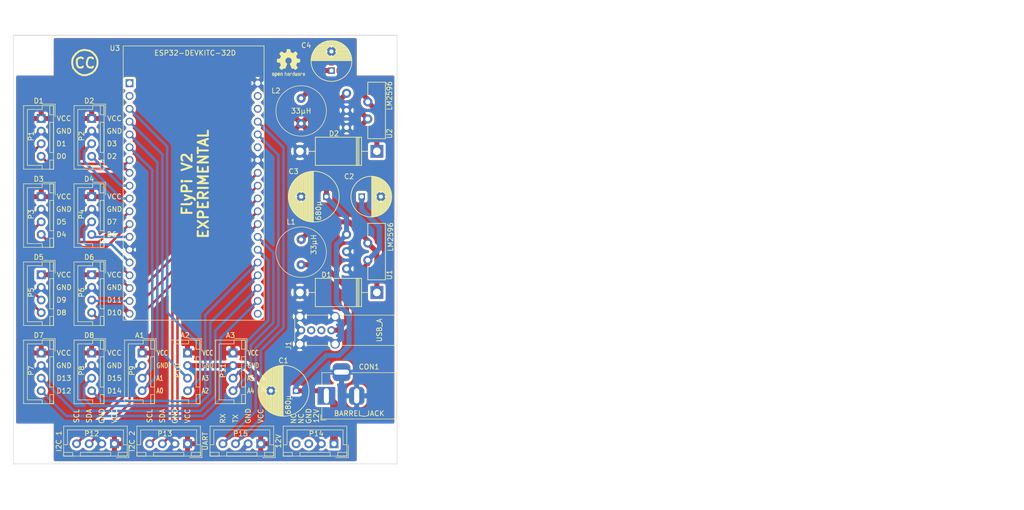
<source format=kicad_pcb>
(kicad_pcb (version 20171130) (host pcbnew "(5.1.4)-1")
  (layers (0 F.Cu signal) (31 B.Cu signal) (34 B.Paste user) (35 F.Paste user) (36 B.SilkS user) (37 F.SilkS user) (38 B.Mask user) (39 F.Mask user) (44 Edge.Cuts user))
  (net 0 "")
  (net 1 GND)
  (net 2 "Net-(C1-Pad1)")
  (net 3 "Net-(C2-Pad1)")
  (net 4 "Net-(D1-Pad1)")
  (net 5 "Net-(D2-Pad1)")
  (net 6 "Net-(P14-Pad4)")
  (net 7 "Net-(P14-Pad3)")
  (net 8 "Net-(U3-Pad25)")
  (net 9 "Net-(U3-Pad22)")
  (net 10 "Net-(U3-Pad21)")
  (net 11 "Net-(U3-Pad2)")
  (net 12 "Net-(U3-Pad1)")
  (net 13 D1-4)
  (net 14 D1-3)
  (net 15 +5V)
  (net 16 D2-4)
  (net 17 D2-3)
  (net 18 D3-4)
  (net 19 D3-3)
  (net 20 D4-4)
  (net 21 D4-3)
  (net 22 D5-4)
  (net 23 D5-3)
  (net 24 D6-4)
  (net 25 D6-3)
  (net 26 D7-4)
  (net 27 D7-3)
  (net 28 D8-4)
  (net 29 D8-3)
  (net 30 A1-4)
  (net 31 A1-3)
  (net 32 A2-4)
  (net 33 A2-3)
  (net 34 A3-4)
  (net 35 A3-3)
  (net 36 I2C_1-4)
  (net 37 I2C_1-3)
  (net 38 I2C_2-4)
  (net 39 I2C_2-3)
  (net 40 RX)
  (net 41 TX)
  (net 42 "Net-(U3-Pad38)")
  (net 43 "Net-(J1-Pad2)")
  (net 44 "Net-(J1-Pad3)")
  (module Connector_JST:JST_XH_B04B-XH-A_04x2.50mm_Straight (layer F.Cu) (at 140.5 92 270)
    (fp_text reference P3 (at 3.5 2 90) (layer F.SilkS))
    (fp_text value D3 (at -3.5 0.5 180) (layer F.SilkS))
    (pad 4 thru_hole circle (at 7.5 0 270) (size 1.75 1.75) (drill 1) (layers *.Cu *.Mask) (net 18 D3-4))
    (pad 3 thru_hole circle (at 5 0 270) (size 1.75 1.75) (drill 1) (layers *.Cu *.Mask) (net 19 D3-3))
    (pad 2 thru_hole circle (at 2.5 0 270) (size 1.75 1.75) (drill 1) (layers *.Cu *.Mask) (net 1 GND))
    (pad 1 thru_hole rect (at 0 0 270) (size 1.75 1.75) (drill 1) (layers *.Cu *.Mask) (net 15 +5V))
  )
  (module Connector_JST:JST_XH_B04B-XH-A_04x2.50mm_Straight (layer F.Cu) (at 150.5 76.5 270)
    (fp_text reference P2 (at 3.5 2 90) (layer F.SilkS))
    (fp_text value D2 (at -3.5 0.5 180) (layer F.SilkS))
    (pad 4 thru_hole circle (at 7.5 0 270) (size 1.75 1.75) (drill 1) (layers *.Cu *.Mask) (net 16 D2-4))
    (pad 3 thru_hole circle (at 5 0 270) (size 1.75 1.75) (drill 1) (layers *.Cu *.Mask) (net 17 D2-3))
    (pad 2 thru_hole circle (at 2.5 0 270) (size 1.75 1.75) (drill 1) (layers *.Cu *.Mask) (net 1 GND))
    (pad 1 thru_hole rect (at 0 0 270) (size 1.75 1.75) (drill 1) (layers *.Cu *.Mask) (net 15 +5V))
  )
  (module Connector_JST:JST_XH_B04B-XH-A_04x2.50mm_Straight (layer F.Cu) (at 140.5 76.5 270)
    (fp_text reference P1 (at 3.5 2 90) (layer F.SilkS))
    (fp_text value D1 (at -3.5 0.5 180) (layer F.SilkS))
    (pad 4 thru_hole circle (at 7.5 0 270) (size 1.75 1.75) (drill 1) (layers *.Cu *.Mask) (net 13 D1-4))
    (pad 3 thru_hole circle (at 5 0 270) (size 1.75 1.75) (drill 1) (layers *.Cu *.Mask) (net 14 D1-3))
    (pad 2 thru_hole circle (at 2.5 0 270) (size 1.75 1.75) (drill 1) (layers *.Cu *.Mask) (net 1 GND))
    (pad 1 thru_hole rect (at 0 0 270) (size 1.75 1.75) (drill 1) (layers *.Cu *.Mask) (net 15 +5V))
  )
  (module Connector_JST:JST_XH_B04B-XH-A_04x2.50mm_Straight (layer F.Cu) (at 140.5 107.5 270)
    (fp_text reference P5 (at 3.5 2 90) (layer F.SilkS))
    (fp_text value D5 (at -3.5 0.5) (layer F.SilkS))
    (pad 4 thru_hole circle (at 7.5 0 270) (size 1.75 1.75) (drill 1) (layers *.Cu *.Mask) (net 22 D5-4))
    (pad 3 thru_hole circle (at 5 0 270) (size 1.75 1.75) (drill 1) (layers *.Cu *.Mask) (net 23 D5-3))
    (pad 2 thru_hole circle (at 2.5 0 270) (size 1.75 1.75) (drill 1) (layers *.Cu *.Mask) (net 1 GND))
    (pad 1 thru_hole rect (at 0 0 270) (size 1.75 1.75) (drill 1) (layers *.Cu *.Mask) (net 15 +5V))
  )
  (module "" (layer F.Cu) (at 145.5 79)
    (fp_text reference "" (at 189.5 65.5) (layer F.SilkS) (effects (font (size 1.27 1.27))))
    (fp_text value "" (at 189.5 65.5) (layer F.SilkS) (effects (font (size 1.27 1.27))))
  )
  (module Symbol:OSHW-Logo2_7.3x6mm_SilkScreen (layer F.Cu) (at 189.5 65.5)
    (fp_text reference " " hide)
    (fp_text value " " hide)
  )
  (module Symbol:Symbol_CreativeCommons_SilkScreenTop_Type2_Small (layer F.Cu) (at 149 65.5)
    (fp_text reference " " hide)
    (fp_text value " " hide)
  )
  (module footprints:MODULE_ESP32-DEVKITC-32D (layer F.Cu) (at 158 69.5)
    (fp_text reference U3 (at -2.905 -6.94) (layer F.SilkS))
    (fp_text value ESP32-DEVKITC-32D (at 13 -6) (layer F.SilkS))
    (pad 38 thru_hole circle (at 25.4 45.72) (size 1.56 1.56) (drill 1.04) (layers *.Cu *.Mask) (net 42 "Net-(U3-Pad38)"))
    (pad 37 thru_hole circle (at 25.4 43.18) (size 1.56 1.56) (drill 1.04) (layers *.Cu *.Mask) (net 26 D7-4))
    (pad 36 thru_hole circle (at 25.4 40.64) (size 1.56 1.56) (drill 1.04) (layers *.Cu *.Mask) (net 27 D7-3))
    (pad 35 thru_hole circle (at 25.4 38.1) (size 1.56 1.56) (drill 1.04) (layers *.Cu *.Mask) (net 29 D8-3))
    (pad 34 thru_hole circle (at 25.4 35.56) (size 1.56 1.56) (drill 1.04) (layers *.Cu *.Mask) (net 28 D8-4))
    (pad 33 thru_hole circle (at 25.4 33.02) (size 1.56 1.56) (drill 1.04) (layers *.Cu *.Mask) (net 35 A3-3))
    (pad 32 thru_hole circle (at 25.4 30.48) (size 1.56 1.56) (drill 1.04) (layers *.Cu *.Mask) (net 34 A3-4))
    (pad 31 thru_hole circle (at 25.4 27.94) (size 1.56 1.56) (drill 1.04) (layers *.Cu *.Mask) (net 39 I2C_2-3))
    (pad 30 thru_hole circle (at 25.4 25.4) (size 1.56 1.56) (drill 1.04) (layers *.Cu *.Mask) (net 38 I2C_2-4))
    (pad 29 thru_hole circle (at 25.4 22.86) (size 1.56 1.56) (drill 1.04) (layers *.Cu *.Mask) (net 37 I2C_1-3))
    (pad 28 thru_hole circle (at 25.4 20.32) (size 1.56 1.56) (drill 1.04) (layers *.Cu *.Mask) (net 36 I2C_1-4))
    (pad 27 thru_hole circle (at 25.4 17.78) (size 1.56 1.56) (drill 1.04) (layers *.Cu *.Mask) (net 24 D6-4))
    (pad 26 thru_hole circle (at 25.4 15.24) (size 1.56 1.56) (drill 1.04) (layers *.Cu *.Mask) (net 1 GND))
    (pad 25 thru_hole circle (at 25.4 12.7) (size 1.56 1.56) (drill 1.04) (layers *.Cu *.Mask) (net 8 "Net-(U3-Pad25)"))
    (pad 24 thru_hole circle (at 25.4 10.16) (size 1.56 1.56) (drill 1.04) (layers *.Cu *.Mask) (net 40 RX))
    (pad 23 thru_hole circle (at 25.4 7.62) (size 1.56 1.56) (drill 1.04) (layers *.Cu *.Mask) (net 41 TX))
    (pad 22 thru_hole circle (at 25.4 5.08) (size 1.56 1.56) (drill 1.04) (layers *.Cu *.Mask) (net 9 "Net-(U3-Pad22)"))
    (pad 21 thru_hole circle (at 25.4 2.54) (size 1.56 1.56) (drill 1.04) (layers *.Cu *.Mask) (net 10 "Net-(U3-Pad21)"))
    (pad 20 thru_hole circle (at 25.4 0) (size 1.56 1.56) (drill 1.04) (layers *.Cu *.Mask) (net 1 GND))
    (pad 18 thru_hole circle (at 0 43.18) (size 1.56 1.56) (drill 1.04) (layers *.Cu *.Mask) (net 25 D6-3))
    (pad 17 thru_hole circle (at 0 40.64) (size 1.56 1.56) (drill 1.04) (layers *.Cu *.Mask) (net 23 D5-3))
    (pad 16 thru_hole circle (at 0 38.1) (size 1.56 1.56) (drill 1.04) (layers *.Cu *.Mask) (net 22 D5-4))
    (pad 15 thru_hole circle (at 0 35.56) (size 1.56 1.56) (drill 1.04) (layers *.Cu *.Mask) (net 21 D4-3))
    (pad 14 thru_hole circle (at 0 33.02) (size 1.56 1.56) (drill 1.04) (layers *.Cu *.Mask) (net 1 GND))
    (pad 13 thru_hole circle (at 0 30.48) (size 1.56 1.56) (drill 1.04) (layers *.Cu *.Mask) (net 20 D4-4))
    (pad 12 thru_hole circle (at 0 27.94) (size 1.56 1.56) (drill 1.04) (layers *.Cu *.Mask) (net 19 D3-3))
    (pad 11 thru_hole circle (at 0 25.4) (size 1.56 1.56) (drill 1.04) (layers *.Cu *.Mask) (net 18 D3-4))
    (pad 10 thru_hole circle (at 0 22.86) (size 1.56 1.56) (drill 1.04) (layers *.Cu *.Mask) (net 17 D2-3))
    (pad 9 thru_hole circle (at 0 20.32) (size 1.56 1.56) (drill 1.04) (layers *.Cu *.Mask) (net 16 D2-4))
    (pad 8 thru_hole circle (at 0 17.78) (size 1.56 1.56) (drill 1.04) (layers *.Cu *.Mask) (net 14 D1-3))
    (pad 7 thru_hole circle (at 0 15.24) (size 1.56 1.56) (drill 1.04) (layers *.Cu *.Mask) (net 13 D1-4))
    (pad 6 thru_hole circle (at 0 12.7) (size 1.56 1.56) (drill 1.04) (layers *.Cu *.Mask) (net 31 A1-3))
    (pad 5 thru_hole circle (at 0 10.16) (size 1.56 1.56) (drill 1.04) (layers *.Cu *.Mask) (net 30 A1-4))
    (pad 4 thru_hole circle (at 0 7.62) (size 1.56 1.56) (drill 1.04) (layers *.Cu *.Mask) (net 33 A2-3))
    (pad 3 thru_hole circle (at 0 5.08) (size 1.56 1.56) (drill 1.04) (layers *.Cu *.Mask) (net 32 A2-4))
    (pad 19 thru_hole circle (at 0 45.72) (size 1.56 1.56) (drill 1.04) (layers *.Cu *.Mask) (net 15 +5V))
    (pad 2 thru_hole circle (at 0 2.54) (size 1.56 1.56) (drill 1.04) (layers *.Cu *.Mask) (net 11 "Net-(U3-Pad2)"))
    (pad 1 thru_hole rect (at 0 0) (size 1.56 1.56) (drill 1.04) (layers *.Cu *.Mask) (net 12 "Net-(U3-Pad1)"))
  )
  (module Connector_JST:JST_XH_B04B-XH-A_04x2.50mm_Straight (layer F.Cu) (at 169.5 141 180)
    (fp_text reference P13 (at 4.5 2 180) (layer F.SilkS))
    (fp_text value "I2C 2" (at 11 0.5 90) (layer F.SilkS))
    (pad 4 thru_hole circle (at 7.5 0 180) (size 1.75 1.75) (drill 1) (layers *.Cu *.Mask) (net 38 I2C_2-4))
    (pad 3 thru_hole circle (at 5 0 180) (size 1.75 1.75) (drill 1) (layers *.Cu *.Mask) (net 39 I2C_2-3))
    (pad 2 thru_hole circle (at 2.5 0 180) (size 1.75 1.75) (drill 1) (layers *.Cu *.Mask) (net 1 GND))
    (pad 1 thru_hole rect (at 0 0 180) (size 1.75 1.75) (drill 1) (layers *.Cu *.Mask) (net 15 +5V))
  )
  (module footprints:LM2596 (layer F.Cu) (at 201 71.5 270)
    (fp_text reference U2 (at 8 -8.5 90) (layer F.SilkS))
    (fp_text value LM2596 (at 0.5 -8.5 90) (layer F.SilkS))
    (pad 4 thru_hole circle (at 5.1 -4.2 270) (size 1.8 1.8) (drill 0.95) (layers *.Cu *.Mask) (net 15 +5V))
    (pad 2 thru_hole circle (at 1.7 -4.2 270) (size 1.8 1.8) (drill 0.95) (layers *.Cu *.Mask) (net 5 "Net-(D2-Pad1)"))
    (pad 1 thru_hole circle (at 0 0 270) (size 1.8 1.8) (drill 0.95) (layers *.Cu *.Mask) (net 2 "Net-(C1-Pad1)"))
    (pad 5 thru_hole circle (at 6.8 0 270) (size 1.8 1.8) (drill 0.95) (layers *.Cu *.Mask) (net 1 GND))
    (pad 3 thru_hole circle (at 3.4 0 270) (size 1.8 1.8) (drill 0.95) (layers *.Cu *.Mask) (net 1 GND))
  )
  (module Inductor_THT:Neosid_Inductor_MA-Bs75 (layer F.Cu) (at 192 72.5 270)
    (fp_text reference L2 (at -1.5 5 180) (layer F.SilkS))
    (fp_text value 33µH (at 2.5 0 180) (layer F.SilkS))
    (pad 1 thru_hole circle (at 0 0 90) (size 1.8 1.8) (drill 0.8001) (layers *.Cu *.Mask) (net 5 "Net-(D2-Pad1)"))
    (pad 2 thru_hole circle (at 5 0 90) (size 1.8 1.8) (drill 0.8001) (layers *.Cu *.Mask) (net 15 +5V))
  )
  (module Inductor_THT:Neosid_Inductor_MA-Bs75 (layer F.Cu) (at 192 100.5 270)
    (fp_text reference L1 (at -3.5 2 180) (layer F.SilkS))
    (fp_text value 33µH (at 1 -2.5 90) (layer F.SilkS))
    (pad 2 thru_hole circle (at 5 0 90) (size 1.8 1.8) (drill 0.8001) (layers *.Cu *.Mask) (net 3 "Net-(C2-Pad1)"))
    (pad 1 thru_hole circle (at 0 0 90) (size 1.8 1.8) (drill 0.8001) (layers *.Cu *.Mask) (net 4 "Net-(D1-Pad1)"))
  )
  (module footprints:LM2596 (layer F.Cu) (at 201 99.5 270)
    (fp_text reference U1 (at 8 -8.5 270) (layer F.SilkS))
    (fp_text value LM2596 (at 0.5 -8.7 270) (layer F.SilkS))
    (pad 4 thru_hole circle (at 5.1 -4.2 270) (size 1.8 1.8) (drill 0.95) (layers *.Cu *.Mask) (net 3 "Net-(C2-Pad1)"))
    (pad 2 thru_hole circle (at 1.7 -4.2 270) (size 1.8 1.8) (drill 0.95) (layers *.Cu *.Mask) (net 4 "Net-(D1-Pad1)"))
    (pad 1 thru_hole circle (at 0 0 270) (size 1.8 1.8) (drill 0.95) (layers *.Cu *.Mask) (net 2 "Net-(C1-Pad1)"))
    (pad 5 thru_hole circle (at 6.8 0 270) (size 1.8 1.8) (drill 0.95) (layers *.Cu *.Mask) (net 1 GND))
    (pad 3 thru_hole circle (at 3.4 0 270) (size 1.8 1.8) (drill 0.95) (layers *.Cu *.Mask) (net 1 GND))
  )
  (module Connector_JST:JST_XH_B04B-XH-A_04x2.50mm_Straight (layer F.Cu) (at 184 141 180)
    (fp_text reference P15 (at 4 2 180) (layer F.SilkS))
    (fp_text value UART (at 11 0.5 90) (layer F.SilkS))
    (pad 4 thru_hole circle (at 7.5 0 180) (size 1.75 1.75) (drill 1) (layers *.Cu *.Mask) (net 40 RX))
    (pad 3 thru_hole circle (at 5 0 180) (size 1.75 1.75) (drill 1) (layers *.Cu *.Mask) (net 41 TX))
    (pad 2 thru_hole circle (at 2.5 0 180) (size 1.75 1.75) (drill 1) (layers *.Cu *.Mask) (net 1 GND))
    (pad 1 thru_hole rect (at 0 0 180) (size 1.75 1.75) (drill 1) (layers *.Cu *.Mask) (net 15 +5V))
  )
  (module Mounting_Holes:MountingHole_3.2mm_M3_DIN965 (layer F.Cu) (at 139.5 64.5 270)
    (fp_text reference "" (at 0 -3.8 90) (layer F.SilkS))
    (fp_text value "")
    (pad 1 np_thru_hole circle (at 0 0 270) (size 3.2 3.2) (drill 3.2) (layers *.Cu *.Mask))
  )
  (module Mounting_Holes:MountingHole_3.2mm_M3_DIN965 (layer F.Cu) (at 206.5 64.5 180)
    (fp_text reference "" (at 0 -3.8) (layer F.SilkS))
    (fp_text value "")
    (pad 1 np_thru_hole circle (at 0 0 180) (size 3.2 3.2) (drill 3.2) (layers *.Cu *.Mask))
  )
  (module Mounting_Holes:MountingHole_3.2mm_M3_DIN965 (layer F.Cu) (at 206.5 140.5 180)
    (fp_text reference "" (at 0 -3.8) (layer F.SilkS))
    (fp_text value "")
    (pad 1 np_thru_hole circle (at 0 0 180) (size 3.2 3.2) (drill 3.2) (layers *.Cu *.Mask))
  )
  (module Mounting_Holes:MountingHole_3.2mm_M3_DIN965 (layer F.Cu) (at 139.5 140.5)
    (fp_text reference "" (at 0 -3.8) (layer F.SilkS))
    (fp_text value "")
    (pad 1 np_thru_hole circle (at 0 0) (size 3.2 3.2) (drill 3.2) (layers *.Cu *.Mask))
  )
  (module Connector_JST:JST_XH_B04B-XH-A_04x2.50mm_Straight (layer F.Cu) (at 198.5 141 180)
    (fp_text reference P14 (at 3.5 2 180) (layer F.SilkS))
    (fp_text value 12V (at 11 0.5 90) (layer F.SilkS))
    (pad 1 thru_hole rect (at 0 0 180) (size 1.75 1.75) (drill 1) (layers *.Cu *.Mask) (net 2 "Net-(C1-Pad1)"))
    (pad 2 thru_hole circle (at 2.5 0 180) (size 1.75 1.75) (drill 1) (layers *.Cu *.Mask) (net 1 GND))
    (pad 3 thru_hole circle (at 5 0 180) (size 1.75 1.75) (drill 1) (layers *.Cu *.Mask) (net 7 "Net-(P14-Pad3)"))
    (pad 4 thru_hole circle (at 7.5 0 180) (size 1.75 1.75) (drill 1) (layers *.Cu *.Mask) (net 6 "Net-(P14-Pad4)"))
  )
  (module Connector_JST:JST_XH_B04B-XH-A_04x2.50mm_Straight (layer F.Cu) (at 155 141 180)
    (fp_text reference P12 (at 4.5 2 180) (layer F.SilkS))
    (fp_text value "I2C 1" (at 11 0.5 90) (layer F.SilkS))
    (pad 4 thru_hole circle (at 7.5 0 180) (size 1.75 1.75) (drill 1) (layers *.Cu *.Mask) (net 36 I2C_1-4))
    (pad 3 thru_hole circle (at 5 0 180) (size 1.75 1.75) (drill 1) (layers *.Cu *.Mask) (net 37 I2C_1-3))
    (pad 2 thru_hole circle (at 2.5 0 180) (size 1.75 1.75) (drill 1) (layers *.Cu *.Mask) (net 1 GND))
    (pad 1 thru_hole rect (at 0 0 180) (size 1.75 1.75) (drill 1) (layers *.Cu *.Mask) (net 15 +5V))
  )
  (module Connector_JST:JST_XH_B04B-XH-A_04x2.50mm_Straight (layer F.Cu) (at 178.5 123 270)
    (fp_text reference P11 (at 3.5 2 90) (layer F.SilkS))
    (fp_text value A3 (at -3.5 0.5 180) (layer F.SilkS))
    (pad 4 thru_hole circle (at 7.5 0 270) (size 1.75 1.75) (drill 1) (layers *.Cu *.Mask) (net 34 A3-4))
    (pad 3 thru_hole circle (at 5 0 270) (size 1.75 1.75) (drill 1) (layers *.Cu *.Mask) (net 35 A3-3))
    (pad 2 thru_hole circle (at 2.5 0 270) (size 1.75 1.75) (drill 1) (layers *.Cu *.Mask) (net 1 GND))
    (pad 1 thru_hole rect (at 0 0 270) (size 1.75 1.75) (drill 1) (layers *.Cu *.Mask) (net 15 +5V))
  )
  (module Connector_JST:JST_XH_B04B-XH-A_04x2.50mm_Straight (layer F.Cu) (at 169.5 123 270)
    (fp_text reference P10 (at 3.5 2 90) (layer F.SilkS))
    (fp_text value A2 (at -3.5 0.5 180) (layer F.SilkS))
    (pad 4 thru_hole circle (at 7.5 0 270) (size 1.75 1.75) (drill 1) (layers *.Cu *.Mask) (net 32 A2-4))
    (pad 3 thru_hole circle (at 5 0 270) (size 1.75 1.75) (drill 1) (layers *.Cu *.Mask) (net 33 A2-3))
    (pad 2 thru_hole circle (at 2.5 0 270) (size 1.75 1.75) (drill 1) (layers *.Cu *.Mask) (net 1 GND))
    (pad 1 thru_hole rect (at 0 0 270) (size 1.75 1.75) (drill 1) (layers *.Cu *.Mask) (net 15 +5V))
  )
  (module Connector_JST:JST_XH_B04B-XH-A_04x2.50mm_Straight (layer F.Cu) (at 160.5 123 270)
    (fp_text reference P9 (at 3.5 2 90) (layer F.SilkS))
    (fp_text value A1 (at -3.5 0.5 180) (layer F.SilkS))
    (pad 4 thru_hole circle (at 7.5 0 270) (size 1.75 1.75) (drill 1) (layers *.Cu *.Mask) (net 30 A1-4))
    (pad 3 thru_hole circle (at 5 0 270) (size 1.75 1.75) (drill 1) (layers *.Cu *.Mask) (net 31 A1-3))
    (pad 2 thru_hole circle (at 2.5 0 270) (size 1.75 1.75) (drill 1) (layers *.Cu *.Mask) (net 1 GND))
    (pad 1 thru_hole rect (at 0 0 270) (size 1.75 1.75) (drill 1) (layers *.Cu *.Mask) (net 15 +5V))
  )
  (module Connector_JST:JST_XH_B04B-XH-A_04x2.50mm_Straight (layer F.Cu) (at 150.5 123 270)
    (fp_text reference P8 (at 3.5 2 90) (layer F.SilkS))
    (fp_text value D8 (at -3.5 0.5 180) (layer F.SilkS))
    (pad 4 thru_hole circle (at 7.5 0 270) (size 1.75 1.75) (drill 1) (layers *.Cu *.Mask) (net 28 D8-4))
    (pad 3 thru_hole circle (at 5 0 270) (size 1.75 1.75) (drill 1) (layers *.Cu *.Mask) (net 29 D8-3))
    (pad 2 thru_hole circle (at 2.5 0 270) (size 1.75 1.75) (drill 1) (layers *.Cu *.Mask) (net 1 GND))
    (pad 1 thru_hole rect (at 0 0 270) (size 1.75 1.75) (drill 1) (layers *.Cu *.Mask) (net 15 +5V))
  )
  (module Connector_JST:JST_XH_B04B-XH-A_04x2.50mm_Straight (layer F.Cu) (at 140.5 123 270)
    (fp_text reference P7 (at 3.5 2 90) (layer F.SilkS))
    (fp_text value D7 (at -3.5 0.5 180) (layer F.SilkS))
    (pad 4 thru_hole circle (at 7.5 0 270) (size 1.75 1.75) (drill 1) (layers *.Cu *.Mask) (net 26 D7-4))
    (pad 3 thru_hole circle (at 5 0 270) (size 1.75 1.75) (drill 1) (layers *.Cu *.Mask) (net 27 D7-3))
    (pad 2 thru_hole circle (at 2.5 0 270) (size 1.75 1.75) (drill 1) (layers *.Cu *.Mask) (net 1 GND))
    (pad 1 thru_hole rect (at 0 0 270) (size 1.75 1.75) (drill 1) (layers *.Cu *.Mask) (net 15 +5V))
  )
  (module Connector_JST:JST_XH_B04B-XH-A_04x2.50mm_Straight (layer F.Cu) (at 150.5 107.5 270)
    (fp_text reference P6 (at 3.5 2 90) (layer F.SilkS))
    (fp_text value D6 (at -3.5 0.5 180) (layer F.SilkS))
    (pad 4 thru_hole circle (at 7.5 0 270) (size 1.75 1.75) (drill 1) (layers *.Cu *.Mask) (net 24 D6-4))
    (pad 3 thru_hole circle (at 5 0 270) (size 1.75 1.75) (drill 1) (layers *.Cu *.Mask) (net 25 D6-3))
    (pad 2 thru_hole circle (at 2.5 0 270) (size 1.75 1.75) (drill 1) (layers *.Cu *.Mask) (net 1 GND))
    (pad 1 thru_hole rect (at 0 0 270) (size 1.75 1.75) (drill 1) (layers *.Cu *.Mask) (net 15 +5V))
  )
  (module Connector_JST:JST_XH_B04B-XH-A_04x2.50mm_Straight (layer F.Cu) (at 150.5 92 270)
    (fp_text reference P4 (at 3.5 2 90) (layer F.SilkS))
    (fp_text value D4 (at -3.5 0.5 180) (layer F.SilkS))
    (pad 4 thru_hole circle (at 7.5 0 270) (size 1.75 1.75) (drill 1) (layers *.Cu *.Mask) (net 20 D4-4))
    (pad 3 thru_hole circle (at 5 0 270) (size 1.75 1.75) (drill 1) (layers *.Cu *.Mask) (net 21 D4-3))
    (pad 2 thru_hole circle (at 2.5 0 270) (size 1.75 1.75) (drill 1) (layers *.Cu *.Mask) (net 1 GND))
    (pad 1 thru_hole rect (at 0 0 270) (size 1.75 1.75) (drill 1) (layers *.Cu *.Mask) (net 15 +5V))
  )
  (module Connector_USB:USB_A_Vertical (layer F.Cu) (at 198 118.5 270)
    (fp_text reference J1 (at 3 8.5 90) (layer F.SilkS))
    (fp_text value USB_A (at 0 -9.5 90) (layer F.SilkS))
    (pad 1 thru_hole circle (at 0 0 270) (size 1.62 1.62) (drill 0.92) (layers *.Cu *.Mask) (net 3 "Net-(C2-Pad1)"))
    (pad 2 thru_hole circle (at 0 2 270) (size 1.62 1.62) (drill 0.92) (layers *.Cu *.Mask) (net 43 "Net-(J1-Pad2)"))
    (pad 3 thru_hole circle (at 0 4 270) (size 1.62 1.62) (drill 0.92) (layers *.Cu *.Mask) (net 44 "Net-(J1-Pad3)"))
    (pad 5 thru_hole circle (at 2.72 -0.73 270) (size 1.85 1.85) (drill 1.35) (layers *.Cu *.Mask) (net 1 GND))
    (pad 4 thru_hole circle (at 0 6 270) (size 1.62 1.62) (drill 0.92) (layers *.Cu *.Mask) (net 1 GND))
    (pad 5 thru_hole circle (at 2.72 6.27 270) (size 1.85 1.85) (drill 1.35) (layers *.Cu *.Mask) (net 1 GND))
    (pad 5 thru_hole circle (at -2.72 -0.73 270) (size 1.85 1.85) (drill 1.35) (layers *.Cu *.Mask) (net 1 GND))
    (pad 5 thru_hole circle (at -2.72 6.27 270) (size 1.85 1.85) (drill 1.35) (layers *.Cu *.Mask) (net 1 GND))
  )
  (module Diode_THT:Diode_DO-201AD_Horizontal_RM15 (layer F.Cu) (at 207.00122 82.99704 180)
    (fp_text reference D2 (at 8.50122 3.49704) (layer F.SilkS))
    (fp_text value "Schottky 5A" hide)
    (pad 1 thru_hole rect (at 0.00122 -0.00296) (size 2.54 2.54) (drill 1.50114) (layers *.Cu *.Mask) (net 5 "Net-(D2-Pad1)"))
    (pad 2 thru_hole circle (at 15.24122 -0.00296) (size 2.54 2.54) (drill 1.50114) (layers *.Cu *.Mask) (net 1 GND))
  )
  (module Diode_THT:Diode_DO-201AD_Horizontal_RM15 (layer F.Cu) (at 207 111 180)
    (fp_text reference D1 (at 10 3.5) (layer F.SilkS))
    (fp_text value "Schottky 5A" hide)
    (pad 1 thru_hole rect (at 0.00122 -0.00296) (size 2.54 2.54) (drill 1.50114) (layers *.Cu *.Mask) (net 4 "Net-(D1-Pad1)"))
    (pad 2 thru_hole circle (at 15.24122 -0.00296) (size 2.54 2.54) (drill 1.50114) (layers *.Cu *.Mask) (net 1 GND))
  )
  (module Connector_BarrelJack:BarrelJack_Horizontal (layer F.Cu) (at 197 131.5 180)
    (fp_text reference CON1 (at -8.45 5.75) (layer F.SilkS))
    (fp_text value BARREL_JACK (at -6.5 -3.5) (layer F.SilkS))
    (pad 3 thru_hole roundrect (at -3 4.7 180) (size 3.5 3.5) (drill oval 3 1) (layers *.Cu *.Mask) (net 1 GND))
    (pad 2 thru_hole roundrect (at -6 0 180) (size 3 3.5) (drill oval 1 3) (layers *.Cu *.Mask) (net 1 GND))
    (pad 1 thru_hole rect (at 0 0 180) (size 3.5 3.5) (drill oval 1 3) (layers *.Cu *.Mask) (net 2 "Net-(C1-Pad1)"))
  )
  (module Capacitor_THT:C_Radial_D8_L13_P3.8 (layer F.Cu) (at 198 67 90)
    (fp_text reference C4 (at 5 -5) (layer F.SilkS))
    (fp_text value 220µ hide)
    (pad 2 thru_hole circle (at 3.8 0 90) (size 1.3 1.3) (drill 0.8) (layers *.Cu *.Mask) (net 1 GND))
    (pad 1 thru_hole rect (at 0 0 90) (size 1.3 1.3) (drill 0.8) (layers *.Cu *.Mask) (net 15 +5V))
  )
  (module Capacitor_THT:C_Radial_D10_L21_P5 (layer F.Cu) (at 197 92 180)
    (fp_text reference C3 (at 6.5 5 180) (layer F.SilkS))
    (fp_text value 680µ (at 1.57 -2.754 90) (layer F.SilkS))
    (pad 1 thru_hole rect (at 0 0 180) (size 1.3 1.3) (drill 0.8) (layers *.Cu *.Mask) (net 2 "Net-(C1-Pad1)"))
    (pad 2 thru_hole circle (at 5 0 180) (size 1.3 1.3) (drill 0.8) (layers *.Cu *.Mask) (net 1 GND))
  )
  (module Capacitor_THT:C_Radial_D8_L13_P3.8 (layer F.Cu) (at 204 92)
    (fp_text reference C2 (at -2.5 -4 180) (layer F.SilkS))
    (fp_text value 220µ hide)
    (pad 2 thru_hole circle (at 3.8 0) (size 1.3 1.3) (drill 0.8) (layers *.Cu *.Mask) (net 1 GND))
    (pad 1 thru_hole rect (at 0 0) (size 1.3 1.3) (drill 0.8) (layers *.Cu *.Mask) (net 3 "Net-(C2-Pad1)"))
  )
  (module Capacitor_THT:C_Radial_D10_L21_P5 (layer F.Cu) (at 191 130.5 180)
    (fp_text reference C1 (at 2.5 6 180) (layer F.SilkS))
    (fp_text value 680µ (at 1.57 -2.754 90) (layer F.SilkS))
    (pad 1 thru_hole rect (at 0 0 180) (size 1.3 1.3) (drill 0.8) (layers *.Cu *.Mask) (net 2 "Net-(C1-Pad1)"))
    (pad 2 thru_hole circle (at 5 0 180) (size 1.3 1.3) (drill 0.8) (layers *.Cu *.Mask) (net 1 GND))
  )
  (gr_text GND (at 181.5 135.5 90) (layer F.SilkS) (effects (font (size 1 1))))
  (gr_text VCC (at 184 135.5 90) (layer F.SilkS) (effects (font (size 1 1))))
  (gr_text VCC (at 169.5 135.5 90) (layer F.SilkS) (effects (font (size 1 1))))
  (gr_text GND (at 167 135.5 90) (layer F.SilkS) (effects (font (size 1 1))))
  (gr_text GND (at 145 125.5) (layer F.SilkS) (effects (font (size 1 1))))
  (gr_text VCC (at 155 123) (layer F.SilkS) (effects (font (size 1 1))))
  (gr_text GND (at 155 125.5) (layer F.SilkS) (effects (font (size 1 1))))
  (gr_text VCC (at 145 123) (layer F.SilkS) (effects (font (size 1 1))))
  (gr_text GND (at 145 110) (layer F.SilkS) (effects (font (size 1 1))))
  (gr_text VCC (at 155 107.5) (layer F.SilkS) (effects (font (size 1 1))))
  (gr_text GND (at 155 110) (layer F.SilkS) (effects (font (size 1 1))))
  (gr_text VCC (at 145 107.5) (layer F.SilkS) (effects (font (size 1 1))))
  (gr_text GND (at 145 94.5) (layer F.SilkS) (effects (font (size 1 1))))
  (gr_text VCC (at 155 92) (layer F.SilkS) (effects (font (size 1 1))))
  (gr_text GND (at 155 94.5) (layer F.SilkS) (effects (font (size 1 1))))
  (gr_text VCC (at 145 92) (layer F.SilkS) (effects (font (size 1 1))))
  (gr_text "FlyPi V2\nEXPERIMENTAL" (at 171 89.5 90) (layer F.SilkS) (effects (font (size 2 2) (thickness 0.4))))
  (gr_text NC (at 192 136 90) (layer F.SilkS) (effects (font (size 1 1))))
  (gr_text 12V (at 195 135.5 90) (layer F.SilkS) (effects (font (size 1 1))))
  (gr_text NC (at 190.5 136 90) (layer F.SilkS) (effects (font (size 1 1))))
  (gr_text GND (at 193.5 135.5 90) (layer F.SilkS) (effects (font (size 1 1))))
  (gr_text TX (at 179 136 90) (layer F.SilkS) (effects (font (size 1 1))))
  (gr_text RX (at 176.5 136 90) (layer F.SilkS) (effects (font (size 1 1))))
  (gr_text SDA (at 164.5 135.5 90) (layer F.SilkS) (effects (font (size 1 1))))
  (gr_text SCL (at 162 135.5 90) (layer F.SilkS) (effects (font (size 1 1))))
  (gr_text SDA (at 150 135.5 90) (layer F.SilkS) (effects (font (size 1 1))))
  (gr_text SCL (at 147.5 135.5 90) (layer F.SilkS) (effects (font (size 1 1))))
  (gr_text VCC (at 155 135.5 90) (layer F.SilkS) (effects (font (size 1 1))))
  (gr_text GND (at 152.5 135.5 90) (layer F.SilkS) (effects (font (size 1 1))))
  (gr_text VCC (at 182.5 123) (layer F.SilkS) (effects (font (size 1 0.75))))
  (gr_text GND (at 182.5 125.5) (layer F.SilkS) (effects (font (size 1 0.75) (thickness 0.125))))
  (gr_text A5 (at 182 128) (layer F.SilkS) (effects (font (size 1 0.75))))
  (gr_text A4 (at 182 130.5) (layer F.SilkS) (effects (font (size 1 0.75))))
  (gr_text VCC (at 173.5 123) (layer F.SilkS) (effects (font (size 1 0.75))))
  (gr_text GND (at 173.5 125.5) (layer F.SilkS) (effects (font (size 1 0.75) (thickness 0.125))))
  (gr_text A3 (at 173 128) (layer F.SilkS) (effects (font (size 1 0.75))))
  (gr_text A2 (at 173 130.5) (layer F.SilkS) (effects (font (size 1 0.75))))
  (gr_text VCC (at 164.5 123) (layer F.SilkS) (effects (font (size 1 0.75))))
  (gr_text GND (at 164.5 125.5) (layer F.SilkS) (effects (font (size 1 0.75) (thickness 0.125))))
  (gr_text A1 (at 164 128) (layer F.SilkS) (effects (font (size 1 0.75))))
  (gr_text A0 (at 164 130.5) (layer F.SilkS) (effects (font (size 1 0.75))))
  (gr_text D13 (at 145 128) (layer F.SilkS) (effects (font (size 1 1))))
  (gr_text D12 (at 145 130.5) (layer F.SilkS) (effects (font (size 1 1))))
  (gr_text D15 (at 155 128) (layer F.SilkS) (effects (font (size 1 1))))
  (gr_text D14 (at 155 130.5) (layer F.SilkS) (effects (font (size 1 1))))
  (gr_text D9 (at 144.5 112.5) (layer F.SilkS) (effects (font (size 1 1))))
  (gr_text D8 (at 144.5 115) (layer F.SilkS) (effects (font (size 1 1))))
  (gr_text D11 (at 155 112.5) (layer F.SilkS) (effects (font (size 1 1))))
  (gr_text D10 (at 155 115) (layer F.SilkS) (effects (font (size 1 1))))
  (gr_text D5 (at 144.5 97) (layer F.SilkS) (effects (font (size 1 1))))
  (gr_text D4 (at 144.5 99.5) (layer F.SilkS) (effects (font (size 1 1))))
  (gr_text D7 (at 154.5 97) (layer F.SilkS) (effects (font (size 1 1))))
  (gr_text D6 (at 154.5 99.5) (layer F.SilkS) (effects (font (size 1 1))))
  (gr_text VCC (at 145 76.5) (layer F.SilkS) (effects (font (size 1 1))))
  (gr_text D3 (at 154.5 81.5) (layer F.SilkS) (effects (font (size 1 1))))
  (gr_text D2 (at 154.5 84) (layer F.SilkS) (effects (font (size 1 1))))
  (gr_text GND (at 155 79) (layer F.SilkS) (effects (font (size 1 1))))
  (gr_text VCC (at 155 76.5) (layer F.SilkS) (effects (font (size 1 1))))
  (gr_text D0 (at 144.5 84) (layer F.SilkS) (effects (font (size 1 1))))
  (gr_text D1 (at 144.5 81.5) (layer F.SilkS) (effects (font (size 1 1))))
  (gr_text GND (at 145 79) (layer F.SilkS) (effects (font (size 1 1))))
  (gr_line (start 135 60) (end 135 145) (layer Edge.Cuts) (width 0.1))
  (gr_line (start 211 145) (end 211 60) (layer Edge.Cuts) (width 0.1))
  (gr_line (start 211 145) (end 135 145) (layer Edge.Cuts) (width 0.1))
  (gr_line (start 135 60) (end 211 60) (layer Edge.Cuts) (width 0.15))
  (segment (start 169.5 125.5) (end 178.5 125.5) (width 1) (layer F.Cu) (net 1))
  (segment (start 181 125.5) (end 186 130.5) (width 1) (layer F.Cu) (net 1))
  (segment (start 178.5 125.5) (end 181 125.5) (width 1) (layer F.Cu) (net 1))
  (segment (start 197 92.175) (end 197 92) (width 1) (layer B.Cu) (net 2))
  (segment (start 201 99.5) (end 201 96.175) (width 1) (layer B.Cu) (net 2))
  (segment (start 201 96.175) (end 197 92.175) (width 1) (layer B.Cu) (net 2))
  (segment (start 197 75.5) (end 201 71.5) (width 1) (layer F.Cu) (net 2))
  (segment (start 197 92) (end 197 75.5) (width 1) (layer F.Cu) (net 2))
  (segment (start 191 129.5) (end 191 130.5) (width 1) (layer B.Cu) (net 2))
  (segment (start 197 123.5) (end 191 129.5) (width 1) (layer B.Cu) (net 2))
  (segment (start 199 101.5) (end 199 113) (width 1) (layer B.Cu) (net 2))
  (segment (start 201 99.5) (end 199 101.5) (width 1) (layer B.Cu) (net 2))
  (segment (start 199 113) (end 201.5 115.5) (width 1) (layer B.Cu) (net 2))
  (segment (start 201.5 115.5) (end 201.5 121.5) (width 1) (layer B.Cu) (net 2))
  (segment (start 201.5 121.5) (end 199.5 123.5) (width 1) (layer B.Cu) (net 2))
  (segment (start 199.5 123.5) (end 197 123.5) (width 1) (layer B.Cu) (net 2))
  (segment (start 196 130.5) (end 197 131.5) (width 1) (layer F.Cu) (net 2))
  (segment (start 191 130.5) (end 196 130.5) (width 1) (layer F.Cu) (net 2))
  (segment (start 198.5 133) (end 198.5 141) (width 1.5) (layer F.Cu) (net 2))
  (segment (start 197 131.5) (end 198.5 133) (width 1.5) (layer F.Cu) (net 2))
  (segment (start 207.5 102.3) (end 205.2 104.6) (width 1) (layer B.Cu) (net 3))
  (segment (start 207.5 98) (end 207.5 102.3) (width 1) (layer B.Cu) (net 3))
  (segment (start 204 92) (end 204 94.5) (width 1) (layer B.Cu) (net 3))
  (segment (start 204 94.5) (end 207.5 98) (width 1) (layer B.Cu) (net 3))
  (segment (start 199.145512 118.5) (end 198 118.5) (width 1) (layer F.Cu) (net 3))
  (segment (start 201 116.645512) (end 199.145512 118.5) (width 1) (layer F.Cu) (net 3))
  (segment (start 201 110.072792) (end 201 116.645512) (width 1) (layer F.Cu) (net 3))
  (segment (start 196.427208 105.5) (end 201 110.072792) (width 1) (layer F.Cu) (net 3))
  (segment (start 192 105.5) (end 196.427208 105.5) (width 1) (layer F.Cu) (net 3))
  (segment (start 201 109.5) (end 201 110.072792) (width 1) (layer F.Cu) (net 3))
  (segment (start 205.2 104.6) (end 205.2 105.3) (width 1) (layer F.Cu) (net 3))
  (segment (start 205.2 105.3) (end 201 109.5) (width 1) (layer F.Cu) (net 3))
  (segment (start 206.99878 102.99878) (end 205.2 101.2) (width 1) (layer F.Cu) (net 4))
  (segment (start 206.99878 111.00296) (end 206.99878 102.99878) (width 1) (layer F.Cu) (net 4))
  (segment (start 195.5 97) (end 192 100.5) (width 1) (layer F.Cu) (net 4))
  (segment (start 201.5 97) (end 195.5 97) (width 1) (layer F.Cu) (net 4))
  (segment (start 205.2 101.2) (end 205.2 100.7) (width 1) (layer F.Cu) (net 4))
  (segment (start 205.2 100.7) (end 201.5 97) (width 1) (layer F.Cu) (net 4))
  (segment (start 207 75) (end 205.2 73.2) (width 1) (layer F.Cu) (net 5))
  (segment (start 207 83) (end 207 75) (width 1) (layer F.Cu) (net 5))
  (segment (start 195.5 69) (end 192 72.5) (width 1) (layer F.Cu) (net 5))
  (segment (start 201.5 69) (end 195.5 69) (width 1) (layer F.Cu) (net 5))
  (segment (start 205.2 73.2) (end 205.2 72.7) (width 1) (layer F.Cu) (net 5))
  (segment (start 205.2 72.7) (end 201.5 69) (width 1) (layer F.Cu) (net 5))
  (segment (start 141.374999 84.874999) (end 140.5 84) (width 0.5) (layer F.Cu) (net 13))
  (segment (start 142 85.5) (end 141.374999 84.874999) (width 0.5) (layer F.Cu) (net 13))
  (segment (start 158 84.74) (end 157.24 85.5) (width 0.5) (layer F.Cu) (net 13))
  (segment (start 157.24 85.5) (end 142 85.5) (width 0.5) (layer F.Cu) (net 13))
  (segment (start 139.625001 82.374999) (end 140.5 81.5) (width 0.5) (layer F.Cu) (net 14))
  (segment (start 139 83) (end 139.625001 82.374999) (width 0.5) (layer F.Cu) (net 14))
  (segment (start 139 85) (end 139 83) (width 0.5) (layer F.Cu) (net 14))
  (segment (start 140.5 86.5) (end 139 85) (width 0.5) (layer F.Cu) (net 14))
  (segment (start 158 87.28) (end 157.22 86.5) (width 0.5) (layer F.Cu) (net 14))
  (segment (start 157.22 86.5) (end 140.5 86.5) (width 0.5) (layer F.Cu) (net 14))
  (segment (start 196.35 67) (end 198 67) (width 1) (layer F.Cu) (net 15))
  (segment (start 194 67) (end 196.35 67) (width 1) (layer F.Cu) (net 15))
  (segment (start 189.5 71.5) (end 194 67) (width 1) (layer F.Cu) (net 15))
  (segment (start 192 77.5) (end 189.5 75) (width 1) (layer F.Cu) (net 15))
  (segment (start 189.5 75) (end 189.5 71.5) (width 1) (layer F.Cu) (net 15))
  (segment (start 156.32 89.82) (end 150.5 84) (width 0.5) (layer B.Cu) (net 16))
  (segment (start 158 89.82) (end 156.32 89.82) (width 0.5) (layer B.Cu) (net 16))
  (segment (start 149.625001 82.374999) (end 150.5 81.5) (width 0.5) (layer B.Cu) (net 17))
  (segment (start 149 83) (end 149.625001 82.374999) (width 0.5) (layer B.Cu) (net 17))
  (segment (start 149 85) (end 149 83) (width 0.5) (layer B.Cu) (net 17))
  (segment (start 156.36 92.36) (end 149 85) (width 0.5) (layer B.Cu) (net 17))
  (segment (start 158 92.36) (end 156.36 92.36) (width 0.5) (layer B.Cu) (net 17))
  (segment (start 141.374999 100.374999) (end 140.5 99.5) (width 0.5) (layer F.Cu) (net 18))
  (segment (start 142 101) (end 141.374999 100.374999) (width 0.5) (layer F.Cu) (net 18))
  (segment (start 158 94.9) (end 151.9 101) (width 0.5) (layer F.Cu) (net 18))
  (segment (start 151.9 101) (end 142 101) (width 0.5) (layer F.Cu) (net 18))
  (segment (start 139.625001 97.874999) (end 140.5 97) (width 0.5) (layer F.Cu) (net 19))
  (segment (start 139 98.5) (end 139.625001 97.874999) (width 0.5) (layer F.Cu) (net 19))
  (segment (start 139 100.5) (end 139 98.5) (width 0.5) (layer F.Cu) (net 19))
  (segment (start 140.5 102) (end 139 100.5) (width 0.5) (layer F.Cu) (net 19))
  (segment (start 158 97.44) (end 153.44 102) (width 0.5) (layer F.Cu) (net 19))
  (segment (start 153.44 102) (end 140.5 102) (width 0.5) (layer F.Cu) (net 19))
  (segment (start 150.98 99.98) (end 150.5 99.5) (width 0.5) (layer B.Cu) (net 20))
  (segment (start 158 99.98) (end 150.98 99.98) (width 0.5) (layer B.Cu) (net 20))
  (segment (start 154.44 101.5) (end 158 105.06) (width 0.5) (layer B.Cu) (net 21))
  (segment (start 149.5 101.5) (end 154.44 101.5) (width 0.5) (layer B.Cu) (net 21))
  (segment (start 149 101) (end 149.5 101.5) (width 0.5) (layer B.Cu) (net 21))
  (segment (start 150.5 97) (end 149 98.5) (width 0.5) (layer B.Cu) (net 21))
  (segment (start 149 98.5) (end 149 101) (width 0.5) (layer B.Cu) (net 21))
  (segment (start 154.4 104) (end 158 107.6) (width 0.5) (layer F.Cu) (net 22))
  (segment (start 139.5 104) (end 154.4 104) (width 0.5) (layer F.Cu) (net 22))
  (segment (start 137.5 106) (end 139.5 104) (width 0.5) (layer F.Cu) (net 22))
  (segment (start 140.5 115) (end 137.5 112) (width 0.5) (layer F.Cu) (net 22))
  (segment (start 137.5 112) (end 137.5 106) (width 0.5) (layer F.Cu) (net 22))
  (segment (start 139.625001 111.625001) (end 140.5 112.5) (width 0.5) (layer F.Cu) (net 23))
  (segment (start 138.5 110.5) (end 139.625001 111.625001) (width 0.5) (layer F.Cu) (net 23))
  (segment (start 138.5 106.5) (end 138.5 110.5) (width 0.5) (layer F.Cu) (net 23))
  (segment (start 140 105) (end 138.5 106.5) (width 0.5) (layer F.Cu) (net 23))
  (segment (start 158 110.14) (end 152.86 105) (width 0.5) (layer F.Cu) (net 23))
  (segment (start 152.86 105) (end 140 105) (width 0.5) (layer F.Cu) (net 23))
  (segment (start 159.5 111.18) (end 182.620001 88.059999) (width 0.5) (layer F.Cu) (net 24))
  (segment (start 159.5 116.020201) (end 159.5 111.18) (width 0.5) (layer F.Cu) (net 24))
  (segment (start 158.520201 117) (end 159.5 116.020201) (width 0.5) (layer F.Cu) (net 24))
  (segment (start 153 117) (end 158.520201 117) (width 0.5) (layer F.Cu) (net 24))
  (segment (start 150.5 115) (end 152.5 117) (width 0.5) (layer F.Cu) (net 24))
  (segment (start 152.5 117) (end 153 117) (width 0.5) (layer F.Cu) (net 24))
  (segment (start 182.620001 88.059999) (end 183.4 87.28) (width 0.5) (layer F.Cu) (net 24))
  (segment (start 150.68 112.68) (end 150.5 112.5) (width 0.5) (layer B.Cu) (net 25))
  (segment (start 158 112.68) (end 150.68 112.68) (width 0.5) (layer B.Cu) (net 25))
  (segment (start 176 120.08) (end 183.4 112.68) (width 0.5) (layer B.Cu) (net 26))
  (segment (start 176 132) (end 176 120.08) (width 0.5) (layer B.Cu) (net 26))
  (segment (start 172.5 135.5) (end 176 132) (width 0.5) (layer B.Cu) (net 26))
  (segment (start 140.5 130.5) (end 145.5 135.5) (width 0.5) (layer B.Cu) (net 26))
  (segment (start 145.5 135.5) (end 172.5 135.5) (width 0.5) (layer B.Cu) (net 26))
  (segment (start 147 134.5) (end 140.5 128) (width 0.5) (layer B.Cu) (net 27))
  (segment (start 172 134.5) (end 147 134.5) (width 0.5) (layer B.Cu) (net 27))
  (segment (start 175 131.5) (end 172 134.5) (width 0.5) (layer B.Cu) (net 27))
  (segment (start 183.4 110.14) (end 175 118.54) (width 0.5) (layer B.Cu) (net 27))
  (segment (start 175 118.54) (end 175 131.5) (width 0.5) (layer B.Cu) (net 27))
  (segment (start 152.5 132.5) (end 150.5 130.5) (width 0.5) (layer B.Cu) (net 28))
  (segment (start 171 132.5) (end 152.5 132.5) (width 0.5) (layer B.Cu) (net 28))
  (segment (start 173 130.5) (end 171 132.5) (width 0.5) (layer B.Cu) (net 28))
  (segment (start 183.4 105.06) (end 173 115.46) (width 0.5) (layer B.Cu) (net 28))
  (segment (start 173 115.46) (end 173 130.5) (width 0.5) (layer B.Cu) (net 28))
  (segment (start 174 117) (end 183.4 107.6) (width 0.5) (layer B.Cu) (net 29))
  (segment (start 149 129.5) (end 149 132) (width 0.5) (layer B.Cu) (net 29))
  (segment (start 150.5 128) (end 149 129.5) (width 0.5) (layer B.Cu) (net 29))
  (segment (start 149 132) (end 150.5 133.5) (width 0.5) (layer B.Cu) (net 29))
  (segment (start 150.5 133.5) (end 171.5 133.5) (width 0.5) (layer B.Cu) (net 29))
  (segment (start 171.5 133.5) (end 174 131) (width 0.5) (layer B.Cu) (net 29))
  (segment (start 174 131) (end 174 117) (width 0.5) (layer B.Cu) (net 29))
  (segment (start 158.779999 80.439999) (end 158 79.66) (width 0.5) (layer B.Cu) (net 30))
  (segment (start 163.5 85.16) (end 158.779999 80.439999) (width 0.5) (layer B.Cu) (net 30))
  (segment (start 160.5 130.5) (end 163.5 127.5) (width 0.5) (layer B.Cu) (net 30))
  (segment (start 163.5 127.5) (end 163.5 85.16) (width 0.5) (layer B.Cu) (net 30))
  (segment (start 158.779999 82.979999) (end 158 82.2) (width 0.5) (layer B.Cu) (net 31))
  (segment (start 162.5 86.7) (end 158.779999 82.979999) (width 0.5) (layer B.Cu) (net 31))
  (segment (start 160.5 128) (end 162.5 126) (width 0.5) (layer B.Cu) (net 31))
  (segment (start 162.5 126) (end 162.5 86.7) (width 0.5) (layer B.Cu) (net 31))
  (segment (start 158.779999 75.359999) (end 158 74.58) (width 0.5) (layer B.Cu) (net 32))
  (segment (start 165.46 82.04) (end 158.779999 75.359999) (width 0.5) (layer B.Cu) (net 32))
  (segment (start 165.46 114.96) (end 165.46 82.04) (width 0.5) (layer B.Cu) (net 32))
  (segment (start 172 121.5) (end 165.46 114.96) (width 0.5) (layer B.Cu) (net 32))
  (segment (start 169.5 130.5) (end 172 128) (width 0.5) (layer B.Cu) (net 32))
  (segment (start 172 128) (end 172 121.5) (width 0.5) (layer B.Cu) (net 32))
  (segment (start 158.779999 77.899999) (end 158 77.12) (width 0.5) (layer B.Cu) (net 33))
  (segment (start 164.5 83.62) (end 158.779999 77.899999) (width 0.5) (layer B.Cu) (net 33))
  (segment (start 164.5 122.5) (end 164.5 83.62) (width 0.5) (layer B.Cu) (net 33))
  (segment (start 164.5 123) (end 164.5 122.5) (width 0.5) (layer B.Cu) (net 33))
  (segment (start 169.5 128) (end 164.5 123) (width 0.5) (layer B.Cu) (net 33))
  (segment (start 186.5 103.08) (end 183.4 99.98) (width 0.5) (layer B.Cu) (net 34))
  (segment (start 186.5 117) (end 186.5 103.08) (width 0.5) (layer B.Cu) (net 34))
  (segment (start 182 121.5) (end 186.5 117) (width 0.5) (layer B.Cu) (net 34))
  (segment (start 178.5 130.5) (end 182 127) (width 0.5) (layer B.Cu) (net 34))
  (segment (start 182 127) (end 182 121.5) (width 0.5) (layer B.Cu) (net 34))
  (segment (start 184.179999 103.299999) (end 183.4 102.52) (width 0.5) (layer B.Cu) (net 35))
  (segment (start 185.5 104.62) (end 184.179999 103.299999) (width 0.5) (layer B.Cu) (net 35))
  (segment (start 185.5 116.5) (end 185.5 104.62) (width 0.5) (layer B.Cu) (net 35))
  (segment (start 181 121) (end 185.5 116.5) (width 0.5) (layer B.Cu) (net 35))
  (segment (start 178.5 128) (end 181 125.5) (width 0.5) (layer B.Cu) (net 35))
  (segment (start 181 125.5) (end 181 121) (width 0.5) (layer B.Cu) (net 35))
  (segment (start 157 131.5) (end 157 121.5) (width 0.5) (layer F.Cu) (net 36))
  (segment (start 147.5 141) (end 157 131.5) (width 0.5) (layer F.Cu) (net 36))
  (segment (start 157 121.5) (end 160.5 118) (width 0.5) (layer F.Cu) (net 36))
  (segment (start 160.5 118) (end 160.5 112.72) (width 0.5) (layer F.Cu) (net 36))
  (segment (start 160.5 112.72) (end 183.4 89.82) (width 0.5) (layer F.Cu) (net 36))
  (segment (start 158 133) (end 158 122) (width 0.5) (layer F.Cu) (net 37))
  (segment (start 150 141) (end 158 133) (width 0.5) (layer F.Cu) (net 37))
  (segment (start 158 122) (end 161.5 118.5) (width 0.5) (layer F.Cu) (net 37))
  (segment (start 161.5 118.5) (end 161.5 114.26) (width 0.5) (layer F.Cu) (net 37))
  (segment (start 161.5 114.26) (end 183.4 92.36) (width 0.5) (layer F.Cu) (net 37))
  (segment (start 182.620001 95.679999) (end 183.4 94.9) (width 0.5) (layer F.Cu) (net 38))
  (segment (start 166.5 111.8) (end 182.620001 95.679999) (width 0.5) (layer F.Cu) (net 38))
  (segment (start 162 141) (end 166.5 136.5) (width 0.5) (layer F.Cu) (net 38))
  (segment (start 166.5 136.5) (end 166.5 111.8) (width 0.5) (layer F.Cu) (net 38))
  (segment (start 182.620001 98.219999) (end 183.4 97.44) (width 0.5) (layer F.Cu) (net 39))
  (segment (start 167.5 113.34) (end 182.620001 98.219999) (width 0.5) (layer F.Cu) (net 39))
  (segment (start 164.5 141) (end 167.5 138) (width 0.5) (layer F.Cu) (net 39))
  (segment (start 167.5 138) (end 167.5 113.34) (width 0.5) (layer F.Cu) (net 39))
  (segment (start 183 134.5) (end 176.5 141) (width 0.5) (layer B.Cu) (net 40))
  (segment (start 183 122) (end 183 134.5) (width 0.5) (layer B.Cu) (net 40))
  (segment (start 187.5 117.5) (end 183 122) (width 0.5) (layer B.Cu) (net 40))
  (segment (start 183.4 79.66) (end 187.5 83.76) (width 0.5) (layer B.Cu) (net 40))
  (segment (start 187.5 83.76) (end 187.5 117.5) (width 0.5) (layer B.Cu) (net 40))
  (segment (start 184 136) (end 179 141) (width 0.5) (layer B.Cu) (net 41))
  (segment (start 184 122.5) (end 184 136) (width 0.5) (layer B.Cu) (net 41))
  (segment (start 188.5 118) (end 184 122.5) (width 0.5) (layer B.Cu) (net 41))
  (segment (start 183.4 77.12) (end 188.5 82.22) (width 0.5) (layer B.Cu) (net 41))
  (segment (start 188.5 82.22) (end 188.5 118) (width 0.5) (layer B.Cu) (net 41))
  (zone (net 15) (net_name +5V) (layer F.Cu) (connect_pads (clearance 0.5)) (min_thickness 0.5) (fill yes (arc_segments 32) (thermal_gap 0.5) (thermal_bridge_width 1))
    (polygon (pts (xy 143 60.5) (xy 203 60.5) (xy 203 68) (xy 210.5 68) (xy 210.5 137) (xy 203 137) (xy 203 144.5) (xy 143 144.5) (xy 143 137) (xy 135.5 137) (xy 135.5 68) (xy 143 68)))
  )
  (zone (net 1) (net_name GND) (layer B.Cu) (connect_pads (clearance 0.5)) (min_thickness 0.5) (fill yes (arc_segments 32) (thermal_gap 0.5) (thermal_bridge_width 1))
    (polygon (pts (xy 143 60.5) (xy 203 60.5) (xy 203 68) (xy 210.5 68) (xy 210.5 137) (xy 203 137) (xy 203 144.5) (xy 143 144.5) (xy 143 137) (xy 135.5 137) (xy 135.5 68) (xy 143 68)))
  )
  (zone (net 0) (net_name "") (layer F.Cu) (connect_pads (clearance 0.5)) (min_thickness 0.254)
    (keepout (tracks allowed) (vias allowed) (copperpour not_allowed))
    (fill (arc_segments 32) (thermal_gap 0.508) (thermal_bridge_width 0.508))
    (polygon (pts (xy 190.5 78) (xy 192.5 76) (xy 190.5 74) (xy 190.5 72) (xy 194.5 68) (xy 199 68) (xy 199 66) (xy 193 66) (xy 188.5 70.5) (xy 188.5 76)))
  )
)
</source>
